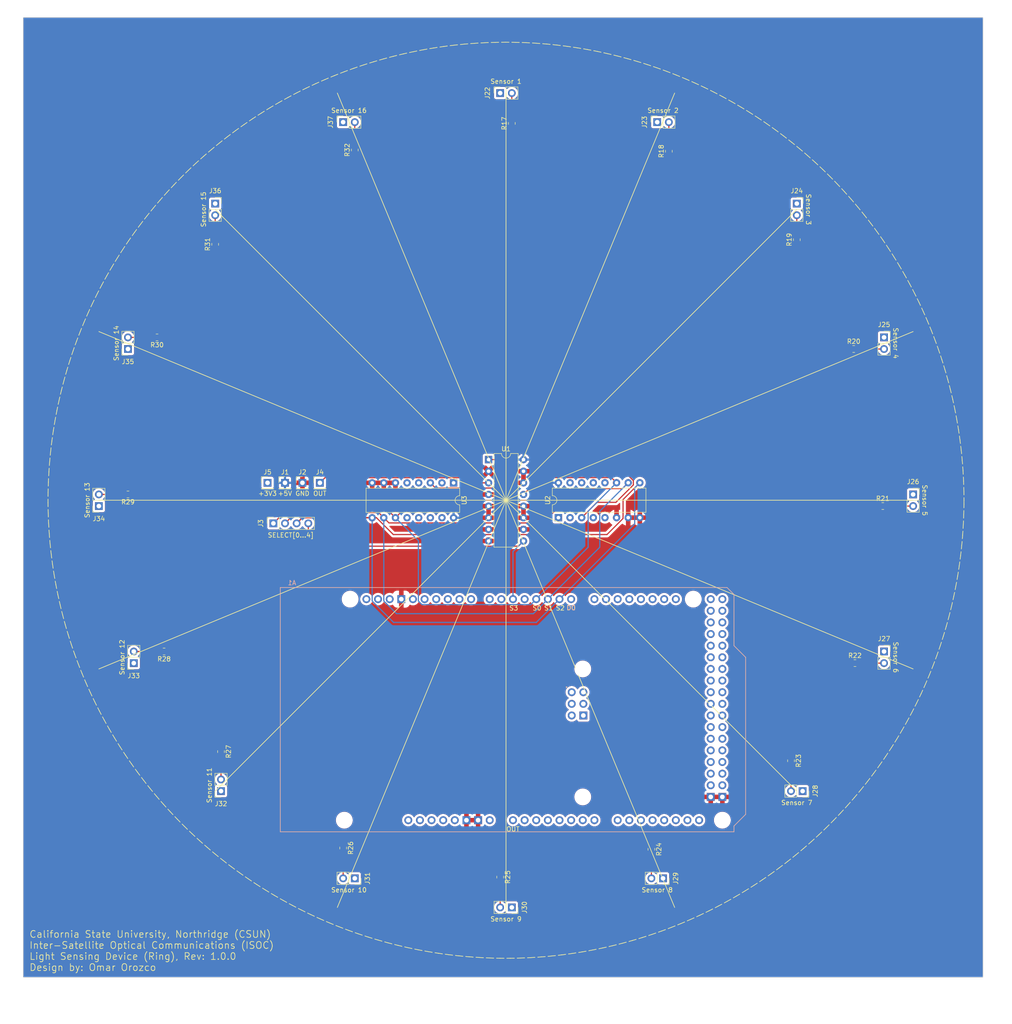
<source format=kicad_pcb>
(kicad_pcb (version 20221018) (generator pcbnew)
  (layers (0 "F.Cu" signal) (1 "In1.Cu" signal) (2 "In2.Cu" signal) (31 "B.Cu" signal) (34 "B.Paste" user) (35 "F.Paste" user) (36 "B.SilkS" user "B.Silkscreen") (37 "F.SilkS" user "F.Silkscreen") (38 "B.Mask" user) (39 "F.Mask" user) (44 "Edge.Cuts" user))
  (net 0 "")
  (net 1 "+5V")
  (net 2 "GND")
  (net 3 "/Select0")
  (net 4 "/Select1")
  (net 5 "/Select2")
  (net 6 "/Select3")
  (net 7 "/LSD_OUT")
  (net 8 "+3V3")
  (net 9 "Sensor1")
  (net 10 "Sensor2")
  (net 11 "Sensor3")
  (net 12 "Sensor4")
  (net 13 "Sensor5")
  (net 14 "Sensor6")
  (net 15 "Sensor7")
  (net 16 "Sensor8")
  (net 17 "Sensor9")
  (net 18 "Sensor10")
  (net 19 "Sensor11")
  (net 20 "Sensor12")
  (net 21 "Sensor13")
  (net 22 "Sensor14")
  (net 23 "Sensor15")
  (net 24 "Sensor16")
  (net 25 "/Z1")
  (net 26 "/Z2")
  (footprint "Resistor_SMD:R_0805_2012Metric_Pad1.20x1.40mm_HandSolder" (layer "F.Cu") (at 44.45 161.56 -90)
    (fp_text reference "R27" (at 0 -1.65 90) (layer "F.SilkS"))
    (fp_text value "5K")
    (pad "1" smd roundrect (at -1 0 270) (size 1.2 1.4) (layers "F.Cu" "F.Paste" "F.Mask") (roundrect_rratio 0.2083333333) (net 2 "GND"))
    (pad "2" smd roundrect (at 1 0 270) (size 1.2 1.4) (layers "F.Cu" "F.Paste" "F.Mask") (roundrect_rratio 0.2083333333) (net 19 "Sensor11"))
  )
  (footprint "Resistor_SMD:R_0805_2012Metric_Pad1.20x1.40mm_HandSolder" (layer "F.Cu") (at 32.02 139.7 180)
    (fp_text reference "R28" (at 0 -1.65) (layer "F.SilkS"))
    (fp_text value "5K")
    (pad "1" smd roundrect (at -1 0 180) (size 1.2 1.4) (layers "F.Cu" "F.Paste" "F.Mask") (roundrect_rratio 0.2083333333) (net 2 "GND"))
    (pad "2" smd roundrect (at 1 0 180) (size 1.2 1.4) (layers "F.Cu" "F.Paste" "F.Mask") (roundrect_rratio 0.2083333333) (net 20 "Sensor12"))
  )
  (footprint "Package_DIP:DIP-16_W7.62mm" (layer "F.Cu") (at 118.125 110.48 90)
    (fp_text reference "U2" (at 3.81 -2.33 90) (layer "F.SilkS"))
    (fp_text value "74HCT4051")
    (pad "1" thru_hole rect (at 0 0 90) (size 1.6 1.6) (drill 0.8) (layers "*.Cu" "*.Mask") (net 13 "Sensor5"))
    (pad "2" thru_hole oval (at 0 2.54 90) (size 1.6 1.6) (drill 0.8) (layers "*.Cu" "*.Mask") (net 15 "Sensor7"))
    (pad "3" thru_hole oval (at 0 5.08 90) (size 1.6 1.6) (drill 0.8) (layers "*.Cu" "*.Mask") (net 25 "/Z1"))
    (pad "4" thru_hole oval (at 0 7.62 90) (size 1.6 1.6) (drill 0.8) (layers "*.Cu" "*.Mask") (net 16 "Sensor8"))
    (pad "5" thru_hole oval (at 0 10.16 90) (size 1.6 1.6) (drill 0.8) (layers "*.Cu" "*.Mask") (net 14 "Sensor6"))
    (pad "6" thru_hole oval (at 0 12.7 90) (size 1.6 1.6) (drill 0.8) (layers "*.Cu" "*.Mask") (net 2 "GND"))
    (pad "7" thru_hole oval (at 0 15.24 90) (size 1.6 1.6) (drill 0.8) (layers "*.Cu" "*.Mask") (net 2 "GND"))
    (pad "8" thru_hole oval (at 0 17.78 90) (size 1.6 1.6) (drill 0.8) (layers "*.Cu" "*.Mask") (net 2 "GND"))
    (pad "9" thru_hole oval (at 7.62 17.78 90) (size 1.6 1.6) (drill 0.8) (layers "*.Cu" "*.Mask") (net 5 "/Select2"))
    (pad "10" thru_hole oval (at 7.62 15.24 90) (size 1.6 1.6) (drill 0.8) (layers "*.Cu" "*.Mask") (net 4 "/Select1"))
    (pad "11" thru_hole oval (at 7.62 12.7 90) (size 1.6 1.6) (drill 0.8) (layers "*.Cu" "*.Mask") (net 3 "/Select0"))
    (pad "12" thru_hole oval (at 7.62 10.16 90) (size 1.6 1.6) (drill 0.8) (layers "*.Cu" "*.Mask") (net 12 "Sensor4"))
    (pad "13" thru_hole oval (at 7.62 7.62 90) (size 1.6 1.6) (drill 0.8) (layers "*.Cu" "*.Mask") (net 9 "Sensor1"))
    (pad "14" thru_hole oval (at 7.62 5.08 90) (size 1.6 1.6) (drill 0.8) (layers "*.Cu" "*.Mask") (net 10 "Sensor2"))
    (pad "15" thru_hole oval (at 7.62 2.54 90) (size 1.6 1.6) (drill 0.8) (layers "*.Cu" "*.Mask") (net 11 "Sensor3"))
    (pad "16" thru_hole oval (at 7.62 0 90) (size 1.6 1.6) (drill 0.8) (layers "*.Cu" "*.Mask") (net 1 "+5V"))
  )
  (footprint "Resistor_SMD:R_0805_2012Metric_Pad1.20x1.40mm_HandSolder" (layer "F.Cu") (at 182.61 73.66)
    (fp_text reference "R20" (at 0 -1.65) (layer "F.SilkS"))
    (fp_text value "5K")
    (pad "1" smd roundrect (at -1 0) (size 1.2 1.4) (layers "F.Cu" "F.Paste" "F.Mask") (roundrect_rratio 0.2083333333) (net 2 "GND"))
    (pad "2" smd roundrect (at 1 0) (size 1.2 1.4) (layers "F.Cu" "F.Paste" "F.Mask") (roundrect_rratio 0.2083333333) (net 12 "Sensor4"))
  )
  (footprint "Connector_PinHeader_2.54mm:PinHeader_1x01_P2.54mm_Vertical" (layer "F.Cu") (at 66.04 102.87)
    (fp_text reference "J4" (at 0 -2.33) (layer "F.SilkS"))
    (fp_text value "OUT" (at 0 2.33) (layer "F.SilkS"))
    (pad "1" thru_hole rect (at 0 0) (size 1.7 1.7) (drill 1) (layers "*.Cu" "*.Mask") (net 7 "/LSD_OUT"))
  )
  (footprint "Resistor_SMD:R_0805_2012Metric_Pad1.20x1.40mm_HandSolder" (layer "F.Cu") (at 24.13 105.41 180)
    (fp_text reference "R29" (at 0 -1.65) (layer "F.SilkS"))
    (fp_text value "5K")
    (pad "1" smd roundrect (at -1 0 180) (size 1.2 1.4) (layers "F.Cu" "F.Paste" "F.Mask") (roundrect_rratio 0.2083333333) (net 2 "GND"))
    (pad "2" smd roundrect (at 1 0 180) (size 1.2 1.4) (layers "F.Cu" "F.Paste" "F.Mask") (roundrect_rratio 0.2083333333) (net 21 "Sensor13"))
  )
  (footprint "Resistor_SMD:R_0805_2012Metric_Pad1.20x1.40mm_HandSolder" (layer "F.Cu") (at 138.43 182.88 -90)
    (fp_text reference "R24" (at 0 -1.65 90) (layer "F.SilkS"))
    (fp_text value "5K")
    (pad "1" smd roundrect (at -1 0 270) (size 1.2 1.4) (layers "F.Cu" "F.Paste" "F.Mask") (roundrect_rratio 0.2083333333) (net 2 "GND"))
    (pad "2" smd roundrect (at 1 0 270) (size 1.2 1.4) (layers "F.Cu" "F.Paste" "F.Mask") (roundrect_rratio 0.2083333333) (net 16 "Sensor8"))
  )
  (footprint "Connector_PinSocket_2.54mm:PinSocket_1x02_P2.54mm_Vertical" (layer "F.Cu") (at 189.23 71.12)
    (fp_text reference "J25" (at 0 -2.77) (layer "F.SilkS"))
    (fp_text value "Sensor 4" (at 2.54 1.27 270 unlocked) (layer "F.SilkS"))
    (pad "1" thru_hole rect (at 0 0) (size 1.7 1.7) (drill 1) (layers "*.Cu" "*.Mask") (net 8 "+3V3"))
    (pad "2" thru_hole oval (at 0 2.54) (size 1.7 1.7) (drill 1) (layers "*.Cu" "*.Mask") (net 12 "Sensor4"))
  )
  (footprint "Resistor_SMD:R_0805_2012Metric_Pad1.20x1.40mm_HandSolder" (layer "F.Cu") (at 73.66 30.21 90)
    (fp_text reference "R32" (at 0 -1.65 90) (layer "F.SilkS"))
    (fp_text value "5K")
    (pad "1" smd roundrect (at -1 0 90) (size 1.2 1.4) (layers "F.Cu" "F.Paste" "F.Mask") (roundrect_rratio 0.2083333333) (net 2 "GND"))
    (pad "2" smd roundrect (at 1 0 90) (size 1.2 1.4) (layers "F.Cu" "F.Paste" "F.Mask") (roundrect_rratio 0.2083333333) (net 24 "Sensor16"))
  )
  (footprint "Resistor_SMD:R_0805_2012Metric_Pad1.20x1.40mm_HandSolder" (layer "F.Cu") (at 168.91 163.56 -90)
    (fp_text reference "R23" (at 0 -1.65 90) (layer "F.SilkS"))
    (fp_text value "5K")
    (pad "1" smd roundrect (at -1 0 270) (size 1.2 1.4) (layers "F.Cu" "F.Paste" "F.Mask") (roundrect_rratio 0.2083333333) (net 2 "GND"))
    (pad "2" smd roundrect (at 1 0 270) (size 1.2 1.4) (layers "F.Cu" "F.Paste" "F.Mask") (roundrect_rratio 0.2083333333) (net 15 "Sensor7"))
  )
  (footprint "Connector_PinSocket_2.54mm:PinSocket_1x04_P2.54mm_Vertical" (layer "F.Cu") (at 55.89 111.725 90)
    (fp_text reference "J3" (at 0 -2.77 90) (layer "F.SilkS"))
    (fp_text value "SELECT[0...4]" (at -2.575 3.8 180) (layer "F.SilkS"))
    (pad "1" thru_hole rect (at 0 0 90) (size 1.7 1.7) (drill 1) (layers "*.Cu" "*.Mask") (net 3 "/Select0"))
    (pad "2" thru_hole oval (at 0 2.54 90) (size 1.7 1.7) (drill 1) (layers "*.Cu" "*.Mask") (net 4 "/Select1"))
    (pad "3" thru_hole oval (at 0 5.08 90) (size 1.7 1.7) (drill 1) (layers "*.Cu" "*.Mask") (net 5 "/Select2"))
    (pad "4" thru_hole oval (at 0 7.62 90) (size 1.7 1.7) (drill 1) (layers "*.Cu" "*.Mask") (net 6 "/Select3"))
  )
  (footprint "Connector_PinHeader_2.54mm:PinHeader_1x01_P2.54mm_Vertical" (layer "F.Cu") (at 62.23 102.87)
    (fp_text reference "J2" (at 0 -2.33) (layer "F.SilkS"))
    (fp_text value "GND" (at 0 2.33) (layer "F.SilkS"))
    (pad "1" thru_hole rect (at 0 0) (size 1.7 1.7) (drill 1) (layers "*.Cu" "*.Mask") (net 2 "GND"))
  )
  (footprint "Resistor_SMD:R_0805_2012Metric_Pad1.20x1.40mm_HandSolder" (layer "F.Cu") (at 71.12 182.61 -90)
    (fp_text reference "R26" (at 0 -1.65 90) (layer "F.SilkS"))
    (fp_text value "5K")
    (pad "1" smd roundrect (at -1 0 270) (size 1.2 1.4) (layers "F.Cu" "F.Paste" "F.Mask") (roundrect_rratio 0.2083333333) (net 2 "GND"))
    (pad "2" smd roundrect (at 1 0 270) (size 1.2 1.4) (layers "F.Cu" "F.Paste" "F.Mask") (roundrect_rratio 0.2083333333) (net 18 "Sensor10"))
  )
  (footprint "Connector_PinSocket_2.54mm:PinSocket_1x02_P2.54mm_Vertical" (layer "F.Cu") (at 170.18 41.91)
    (fp_text reference "J24" (at 0 -2.77) (layer "F.SilkS"))
    (fp_text value "Sensor 3" (at 2.54 1.27 270 unlocked) (layer "F.SilkS"))
    (pad "1" thru_hole rect (at 0 0) (size 1.7 1.7) (drill 1) (layers "*.Cu" "*.Mask") (net 8 "+3V3"))
    (pad "2" thru_hole oval (at 0 2.54) (size 1.7 1.7) (drill 1) (layers "*.Cu" "*.Mask") (net 11 "Sensor3"))
  )
  (footprint "Connector_PinSocket_2.54mm:PinSocket_1x02_P2.54mm_Vertical" (layer "F.Cu") (at 105.41 17.78 90)
    (fp_text reference "J22" (at 0 -2.77 90) (layer "F.SilkS"))
    (fp_text value "Sensor 1" (at 2.54 1.27 180) (layer "F.SilkS"))
    (pad "1" thru_hole rect (at 0 0 90) (size 1.7 1.7) (drill 1) (layers "*.Cu" "*.Mask") (net 8 "+3V3"))
    (pad "2" thru_hole oval (at 0 2.54 90) (size 1.7 1.7) (drill 1) (layers "*.Cu" "*.Mask") (net 9 "Sensor1"))
  )
  (footprint "Resistor_SMD:R_0805_2012Metric_Pad1.20x1.40mm_HandSolder" (layer "F.Cu") (at 142.24 30.48 90)
    (fp_text reference "R18" (at 0 -1.65 90) (layer "F.SilkS"))
    (fp_text value "5K")
    (pad "1" smd roundrect (at -1 0 90) (size 1.2 1.4) (layers "F.Cu" "F.Paste" "F.Mask") (roundrect_rratio 0.2083333333) (net 2 "GND"))
    (pad "2" smd roundrect (at 1 0 90) (size 1.2 1.4) (layers "F.Cu" "F.Paste" "F.Mask") (roundrect_rratio 0.2083333333) (net 10 "Sensor2"))
  )
  (footprint "Connector_PinSocket_2.54mm:PinSocket_1x02_P2.54mm_Vertical" (layer "F.Cu") (at 17.78 107.95 180)
    (fp_text reference "J34" (at 0 -2.77) (layer "F.SilkS"))
    (fp_text value "Sensor 13" (at 2.54 1.27 90) (layer "F.SilkS"))
    (pad "1" thru_hole rect (at 0 0 180) (size 1.7 1.7) (drill 1) (layers "*.Cu" "*.Mask") (net 8 "+3V3"))
    (pad "2" thru_hole oval (at 0 2.54 180) (size 1.7 1.7) (drill 1) (layers "*.Cu" "*.Mask") (net 21 "Sensor13"))
  )
  (footprint "Connector_PinSocket_2.54mm:PinSocket_1x02_P2.54mm_Vertical" (layer "F.Cu") (at 189.23 139.7)
    (fp_text reference "J27" (at 0 -2.77) (layer "F.SilkS"))
    (fp_text value "Sensor 6" (at 2.54 1.27 -90 unlocked) (layer "F.SilkS"))
    (pad "1" thru_hole rect (at 0 0) (size 1.7 1.7) (drill 1) (layers "*.Cu" "*.Mask") (net 8 "+3V3"))
    (pad "2" thru_hole oval (at 0 2.54) (size 1.7 1.7) (drill 1) (layers "*.Cu" "*.Mask") (net 14 "Sensor6"))
  )
  (footprint "Resistor_SMD:R_0805_2012Metric_Pad1.20x1.40mm_HandSolder" (layer "F.Cu") (at 170.18 49.8 90)
    (fp_text reference "R19" (at 0 -1.65 90) (layer "F.SilkS"))
    (fp_text value "5K")
    (pad "1" smd roundrect (at -1 0 90) (size 1.2 1.4) (layers "F.Cu" "F.Paste" "F.Mask") (roundrect_rratio 0.2083333333) (net 2 "GND"))
    (pad "2" smd roundrect (at 1 0 90) (size 1.2 1.4) (layers "F.Cu" "F.Paste" "F.Mask") (roundrect_rratio 0.2083333333) (net 11 "Sensor3"))
  )
  (footprint "Connector_PinSocket_2.54mm:PinSocket_1x02_P2.54mm_Vertical" (layer "F.Cu") (at 71.12 24.13 90)
    (fp_text reference "J37" (at 0 -2.77 90) (layer "F.SilkS"))
    (fp_text value "Sensor 16" (at 2.54 1.27 180) (layer "F.SilkS"))
    (pad "1" thru_hole rect (at 0 0 90) (size 1.7 1.7) (drill 1) (layers "*.Cu" "*.Mask") (net 8 "+3V3"))
    (pad "2" thru_hole oval (at 0 2.54 90) (size 1.7 1.7) (drill 1) (layers "*.Cu" "*.Mask") (net 24 "Sensor16"))
  )
  (footprint "Package_DIP:DIP-16_W7.62mm" (layer "F.Cu") (at 102.88 97.805)
    (fp_text reference "U1" (at 3.81 -2.33) (layer "F.SilkS"))
    (fp_text value "74HCT4051")
    (pad "1" thru_hole rect (at 0 0) (size 1.6 1.6) (drill 0.8) (layers "*.Cu" "*.Mask") (net 26 "/Z2"))
    (pad "2" thru_hole oval (at 0 2.54) (size 1.6 1.6) (drill 0.8) (layers "*.Cu" "*.Mask") (net 2 "GND"))
    (pad "3" thru_hole oval (at 0 5.08) (size 1.6 1.6) (drill 0.8) (layers "*.Cu" "*.Mask") (net 7 "/LSD_OUT"))
    (pad "4" thru_hole oval (at 0 7.62) (size 1.6 1.6) (drill 0.8) (layers "*.Cu" "*.Mask") (net 2 "GND"))
    (pad "5" thru_hole oval (at 0 10.16) (size 1.6 1.6) (drill 0.8) (layers "*.Cu" "*.Mask") (net 2 "GND"))
    (pad "6" thru_hole oval (at 0 12.7) (size 1.6 1.6) (drill 0.8) (layers "*.Cu" "*.Mask") (net 2 "GND"))
    (pad "7" thru_hole oval (at 0 15.24) (size 1.6 1.6) (drill 0.8) (layers "*.Cu" "*.Mask") (net 2 "GND"))
    (pad "8" thru_hole oval (at 0 17.78) (size 1.6 1.6) (drill 0.8) (layers "*.Cu" "*.Mask") (net 2 "GND"))
    (pad "9" thru_hole oval (at 7.62 17.78) (size 1.6 1.6) (drill 0.8) (layers "*.Cu" "*.Mask") (net 6 "/Select3"))
    (pad "10" thru_hole oval (at 7.62 15.24) (size 1.6 1.6) (drill 0.8) (layers "*.Cu" "*.Mask") (net 2 "GND"))
    (pad "11" thru_hole oval (at 7.62 12.7) (size 1.6 1.6) (drill 0.8) (layers "*.Cu" "*.Mask") (net 2 "GND"))
    (pad "12" thru_hole oval (at 7.62 10.16) (size 1.6 1.6) (drill 0.8) (layers "*.Cu" "*.Mask") (net 2 "GND"))
    (pad "13" thru_hole oval (at 7.62 7.62) (size 1.6 1.6) (drill 0.8) (layers "*.Cu" "*.Mask") (net 25 "/Z1"))
    (pad "14" thru_hole oval (at 7.62 5.08) (size 1.6 1.6) (drill 0.8) (layers "*.Cu" "*.Mask") (net 2 "GND"))
    (pad "15" thru_hole oval (at 7.62 2.54) (size 1.6 1.6) (drill 0.8) (layers "*.Cu" "*.Mask") (net 2 "GND"))
    (pad "16" thru_hole oval (at 7.62 0) (size 1.6 1.6) (drill 0.8) (layers "*.Cu" "*.Mask") (net 1 "+5V"))
  )
  (footprint "Resistor_SMD:R_0805_2012Metric_Pad1.20x1.40mm_HandSolder" (layer "F.Cu") (at 105.41 188.96 -90)
    (fp_text reference "R25" (at 0 -1.65 90) (layer "F.SilkS"))
    (fp_text value "5K")
    (pad "1" smd roundrect (at -1 0 270) (size 1.2 1.4) (layers "F.Cu" "F.Paste" "F.Mask") (roundrect_rratio 0.2083333333) (net 2 "GND"))
    (pad "2" smd roundrect (at 1 0 270) (size 1.2 1.4) (layers "F.Cu" "F.Paste" "F.Mask") (roundrect_rratio 0.2083333333) (net 17 "Sensor9"))
  )
  (footprint "Connector_PinHeader_2.54mm:PinHeader_1x01_P2.54mm_Vertical" (layer "F.Cu") (at 54.61 102.87)
    (fp_text reference "J5" (at 0 -2.33) (layer "F.SilkS"))
    (fp_text value "+3V3" (at 0 2.33) (layer "F.SilkS"))
    (pad "1" thru_hole rect (at 0 0) (size 1.7 1.7) (drill 1) (layers "*.Cu" "*.Mask") (net 8 "+3V3"))
  )
  (footprint "Connector_PinHeader_2.54mm:PinHeader_1x01_P2.54mm_Vertical" (layer "F.Cu") (at 58.42 102.87)
    (fp_text reference "J1" (at 0 -2.33) (layer "F.SilkS"))
    (fp_text value "+5V" (at 0 2.33) (layer "F.SilkS"))
    (pad "1" thru_hole rect (at 0 0) (size 1.7 1.7) (drill 1) (layers "*.Cu" "*.Mask") (net 1 "+5V"))
  )
  (footprint "Resistor_SMD:R_0805_2012Metric_Pad1.20x1.40mm_HandSolder" (layer "F.Cu") (at 43.18 50.8 90)
    (fp_text reference "R31" (at 0 -1.65 90) (layer "F.SilkS"))
    (fp_text value "5K")
    (pad "1" smd roundrect (at -1 0 90) (size 1.2 1.4) (layers "F.Cu" "F.Paste" "F.Mask") (roundrect_rratio 0.2083333333) (net 2 "GND"))
    (pad "2" smd roundrect (at 1 0 90) (size 1.2 1.4) (layers "F.Cu" "F.Paste" "F.Mask") (roundrect_rratio 0.2083333333) (net 23 "Sensor15"))
  )
  (footprint "Connector_PinSocket_2.54mm:PinSocket_1x02_P2.54mm_Vertical" (layer "F.Cu") (at 139.7 24.13 90)
    (fp_text reference "J23" (at 0 -2.77 90) (layer "F.SilkS"))
    (fp_text value "Sensor 2" (at 2.54 1.27 180) (layer "F.SilkS"))
    (pad "1" thru_hole rect (at 0 0 90) (size 1.7 1.7) (drill 1) (layers "*.Cu" "*.Mask") (net 8 "+3V3"))
    (pad "2" thru_hole oval (at 0 2.54 90) (size 1.7 1.7) (drill 1) (layers "*.Cu" "*.Mask") (net 10 "Sensor2"))
  )
  (footprint "Connector_PinSocket_2.54mm:PinSocket_1x02_P2.54mm_Vertical" (layer "F.Cu") (at 44.45 170.18 180)
    (fp_text reference "J32" (at 0 -2.77) (layer "F.SilkS"))
    (fp_text value "Sensor 11" (at 2.54 1.27 90) (layer "F.SilkS"))
    (pad "1" thru_hole rect (at 0 0 180) (size 1.7 1.7) (drill 1) (layers "*.Cu" "*.Mask") (net 8 "+3V3"))
    (pad "2" thru_hole oval (at 0 2.54 180) (size 1.7 1.7) (drill 1) (layers "*.Cu" "*.Mask") (net 19 "Sensor11"))
  )
  (footprint "Connector_PinSocket_2.54mm:PinSocket_1x02_P2.54mm_Vertical" (layer "F.Cu") (at 140.97 189.23 -90)
    (fp_text reference "J29" (at 0 -2.77 90) (layer "F.SilkS"))
    (fp_text value "Sensor 8" (at 2.54 1.27 -180) (layer "F.SilkS"))
    (pad "1" thru_hole rect (at 0 0 270) (size 1.7 1.7) (drill 1) (layers "*.Cu" "*.Mask") (net 8 "+3V3"))
    (pad "2" thru_hole oval (at 0 2.54 270) (size 1.7 1.7) (drill 1) (layers "*.Cu" "*.Mask") (net 16 "Sensor8"))
  )
  (footprint "PCM_arduino-library:Arduino_Giga_R1_WiFi_Shield" (layer "F.Cu") (at 57.404 179.07)
    (fp_text reference "A1" (at 2.54 -54.356) (layer "B.SilkS") (effects (justify mirror)))
    (fp_text value "Arduino_Giga_R1_WiFi_Shield")
    (fp_text user "." (at 62.484 -32.004) (layer "B.SilkS"))
    (fp_text user "D0" (at 63.5 -48.895 unlocked) (layer "B.SilkS") (effects (justify mirror)))
    (fp_text user "D0" (at 63.5 -48.895 unlocked) (layer "F.SilkS"))
    (fp_text user "." (at 62.484 -32.004) (layer "F.SilkS"))
    (pad "" np_thru_hole circle (at 13.97 -2.54) (size 3.2 3.2) (drill 3.2) (layers "*.Cu" "*.Mask"))
    (pad "" np_thru_hole circle (at 15.24 -50.8 270) (size 3.2 3.2) (drill 3.2) (layers "*.Cu" "*.Mask"))
    (pad "" thru_hole oval (at 27.94 -2.54) (size 1.7272 1.7272) (drill 1.016) (layers "*.Cu" "*.Mask"))
    (pad "" np_thru_hole circle (at 66.04 -35.56) (size 3.2 3.2) (drill 3.2) (layers "*.Cu" "*.Mask"))
    (pad "" np_thru_hole circle (at 66.04 -7.62) (size 3.2 3.2) (drill 3.2) (layers "*.Cu" "*.Mask"))
    (pad "" np_thru_hole circle (at 90.17 -50.8) (size 3.2 3.2) (drill 3.2) (layers "*.Cu" "*.Mask"))
    (pad "" np_thru_hole circle (at 96.52 -2.54) (size 3.2 3.2) (drill 3.2) (layers "*.Cu" "*.Mask"))
    (pad "3V3" thru_hole oval (at 35.56 -2.54) (size 1.7272 1.7272) (drill 1.016) (layers "*.Cu" "*.Mask"))
    (pad "5V1" thru_hole oval (at 38.1 -2.54) (size 1.7272 1.7272) (drill 1.016) (layers "*.Cu" "*.Mask"))
    (pad "5V2" thru_hole oval (at 66.167 -30.48) (size 1.7272 1.7272) (drill 1.016) (layers "*.Cu" "*.Mask"))
    (pad "5V3" thru_hole oval (at 93.98 -50.8) (size 1.7272 1.7272) (drill 1.016) (layers "*.Cu" "*.Mask"))
    (pad "5V4" thru_hole oval (at 96.52 -50.8) (size 1.7272 1.7272) (drill 1.016) (layers "*.Cu" "*.Mask"))
    (pad "A0" thru_hole oval (at 50.8 -2.54) (size 1.7272 1.7272) (drill 1.016) (layers "*.Cu" "*.Mask") (net 7 "/LSD_OUT"))
    (pad "A1" thru_hole oval (at 53.34 -2.54) (size 1.7272 1.7272) (drill 1.016) (layers "*.Cu" "*.Mask"))
    (pad "A2" thru_hole oval (at 55.88 -2.54) (size 1.7272 1.7272) (drill 1.016) (layers "*.Cu" "*.Mask"))
    (pad "A3" thru_hole oval (at 58.42 -2.54) (size 1.7272 1.7272) (drill 1.016) (layers "*.Cu" "*.Mask"))
    (pad "A4" thru_hole oval (at 60.96 -2.54) (size 1.7272 1.7272) (drill 1.016) (layers "*.Cu" "*.Mask"))
    (pad "A5" thru_hole oval (at 63.5 -2.54) (size 1.7272 1.7272) (drill 1.016) (layers "*.Cu" "*.Mask"))
    (pad "A6" thru_hole oval (at 66.04 -2.54) (size 1.7272 1.7272) (drill 1.016) (layers "*.Cu" "*.Mask"))
    (pad "A7" thru_hole oval (at 68.58 -2.54) (size 1.7272 1.7272) (drill 1.016) (layers "*.Cu" "*.Mask"))
    (pad "A8" thru_hole oval (at 73.66 -2.54) (size 1.7272 1.7272) (drill 1.016) (layers "*.Cu" "*.Mask"))
    (pad "A9" thru_hole oval (at 76.2 -2.54) (size 1.7272 1.7272) (drill 1.016) (layers "*.Cu" "*.Mask"))
    (pad "A10" thru_hole oval (at 78.74 -2.54) (size 1.7272 1.7272) (drill 1.016) (layers "*.Cu" "*.Mask"))
    (pad "A11" thru_hole oval (at 81.28 -2.54) (size 1.7272 1.7272) (drill 1.016) (layers "*.Cu" "*.Mask"))
    (pad "AREF" thru_hole oval (at 23.876 -50.8) (size 1.7272 1.7272) (drill 1.016) (layers "*.Cu" "*.Mask"))
    (pad "CANR" thru_hole oval (at 88.9 -2.54) (size 1.7272 1.7272) (drill 1.016) (layers "*.Cu" "*.Mask"))
    (pad "CANT" thru_hole oval (at 91.44 -2.54) (size 1.7272 1.7272) (drill 1.016) (layers "*.Cu" "*.Mask"))
    (pad "D0" thru_hole oval (at 63.5 -50.8) (size 1.7272 1.7272) (drill 1.016) (layers "*.Cu" "*.Mask"))
    (pad "D1" thru_hole oval (at 60.96 -50.8) (size 1.7272 1.7272) (drill 1.016) (layers "*.Cu" "*.Mask") (net 5 "/Select2"))
    (pad "D2" thru_hole oval (at 58.42 -50.8) (size 1.7272 1.7272) (drill 1.016) (layers "*.Cu" "*.Mask") (net 4 "/Select1"))
    (pad "D3" thru_hole oval (at 55.88 -50.8) (size 1.7272 1.7272) (drill 1.016) (layers "*.Cu" "*.Mask") (net 3 "/Select0"))
    (pad "D4" thru_hole oval (at 53.34 -50.8) (size 1.7272 1.7272) (drill 1.016) (layers "*.Cu" "*.Mask"))
    (pad "D5" thru_hole oval (at 50.8 -50.8) (size 1.7272 1.7272) (drill 1.016) (layers "*.Cu" "*.Mask") (net 6 "/Select3"))
    (pad "D6" thru_hole oval (at 48.26 -50.8) (size 1.7272 1.7272) (drill 1.016) (layers "*.Cu" "*.Mask"))
    (pad "D7" thru_hole oval (at 45.72 -50.8) (size 1.7272 1.7272) (drill 1.016) (layers "*.Cu" "*.Mask"))
    (pad "D8" thru_hole oval (at 41.656 -50.8) (size 1.7272 1.7272) (drill 1.016) (layers "*.Cu" "*.Mask"))
    (pad "D9" thru_hole oval (at 39.116 -50.8) (size 1.7272 1.7272) (drill 1.016) (layers "*.Cu" "*.Mask"))
    (pad "D10" thru_hole oval (at 36.576 -50.8) (size 1.7272 1.7272) (drill 1.016) (layers "*.Cu" "*.Mask"))
    (pad "D11" thru_hole oval (at 34.036 -50.8) (size 1.7272 1.7272) (drill 1.016) (layers "*.Cu" "*.Mask"))
    (pad "D12" thru_hole oval (at 31.496 -50.8) (size 1.7272 1.7272) (drill 1.016) (layers "*.Cu" "*.Mask"))
    (pad "D13" thru_hole oval (at 28.956 -50.8) (size 1.7272 1.7272) (drill 1.016) (layers "*.Cu" "*.Mask"))
    (pad "D14" thru_hole oval (at 68.58 -50.8) (size 1.7272 1.7272) (drill 1.016) (layers "*.Cu" "*.Mask"))
    (pad "D15" thru_hole oval (at 71.12 -50.8) (size 1.7272 1.7272) (drill 1.016) (layers "*.Cu" "*.Mask"))
    (pad "D16" thru_hole oval (at 73.66 -50.8) (size 1.7272 1.7272) (drill 1.016) (layers "*.Cu" "*.Mask"))
    (pad "D17" thru_hole oval (at 76.2 -50.8) (size 1.7272 1.7272) (drill 1.016) (layers "*.Cu" "*.Mask"))
    (pad "D18" thru_hole oval (at 78.74 -50.8) (size 1.7272 1.7272) (drill 1.016) (layers "*.Cu" "*.Mask"))
    (pad "D19" thru_hole oval (at 81.28 -50.8) (size 1.7272 1.7272) (drill 1.016) (layers "*.Cu" "*.Mask"))
    (pad "D20" thru_hole oval (at 83.82 -50.8) (size 1.7272 1.7272) (drill 1.016) (layers "*.Cu" "*.Mask"))
    (pad "D21" thru_hole oval (at 86.36 -50.8) (size 1.7272 1.7272) (drill 1.016) (layers "*.Cu" "*.Mask"))
    (pad "D22" thru_hole oval (at 93.98 -48.26) (size 1.7272 1.7272) (drill 1.016) (layers "*.Cu" "*.Mask"))
    (pad "D23" thru_hole oval (at 96.52 -48.26) (size 1.7272 1.7272) (drill 1.016) (layers "*.Cu" "*.Mask"))
    (pad "D24" thru_hole oval (at 93.98 -45.72) (size 1.7272 1.7272) (drill 1.016) (layers "*.Cu" "*.Mask"))
    (pad "D25" thru_hole oval (at 96.52 -45.72) (size 1.7272 1.7272) (drill 1.016) (layers "*.Cu" "*.Mask"))
    (pad "D26" thru_hole oval (at 93.98 -43.18) (size 1.7272 1.7272) (drill 1.016) (layers "*.Cu" "*.Mask"))
    (pad "D27" thru_hole oval (at 96.52 -43.18) (size 1.7272 1.7272) (drill 1.016) (layers "*.Cu" "*.Mask"))
    (pad "D28" thru_hole oval (at 93.98 -40.64) (size 1.7272 1.7272) (drill 1.016) (layers "*.Cu" "*.Mask"))
    (pad "D29" thru_hole oval (at 96.52 -40.64) (size 1.7272 1.7272) (drill 1.016) (layers "*.Cu" "*.Mask"))
    (pad "D30" thru_hole oval (at 93.98 -38.1) (size 1.7272 1.7272) (drill 1.016) (layers "*.Cu" "*.Mask"))
    (pad "D31" thru_hole oval (at 96.52 -38.1) (size 1.7272 1.7272) (drill 1.016) (layers "*.Cu" "*.Mask"))
    (pad "D32" thru_hole oval (at 93.98 -35.56) (size 1.7272 1.7272) (drill 1.016) (layers "*.Cu" "*.Mask"))
    (pad "D33" thru_hole oval (at 96.52 -35.56) (size 1.7272 1.7272) (drill 1.016) (layers "*.Cu" "*.Mask"))
    (pad "D34" thru_hole oval (at 93.98 -33.02) (size 1.7272 1.7272) (drill 1.016) (layers "*.Cu" "*.Mask"))
    (pad "D35" thru_hole oval (at 96.52 -33.02) (size 1.7272 1.7272) (drill 1.016) (layers "*.Cu" "*.Mask"))
    (pad "D36" thru_hole oval (at 93.98 -30.48) (size 1.7272 1.7272) (drill 1.016) (layers "*.Cu" "*.Mask"))
    (pad "D37" thru_hole oval (at 96.52 -30.48) (size 1.7272 1.7272) (drill 1.016) (layers "*.Cu" "*.Mask"))
    (pad "D38" thru_hole oval (at 93.98 -27.94) (size 1.7272 1.7272) (drill 1.016) (layers "*.Cu" "*.Mask"))
    (pad "D39" thru_hole oval (at 96.52 -27.94) (size 1.7272 1.7272) (drill 1.016) (layers "*.Cu" "*.Mask"))
    (pad "D40" thru_hole oval (at 93.98 -25.4) (size 1.7272 1.7272) (drill 1.016) (layers "*.Cu" "*.Mask"))
    (pad "D41" thru_hole oval (at 96.52 -25.4) (size 1.7272 1.7272) (drill 1.016) (layers "*.Cu" "*.Mask"))
    (pad "D42" thru_hole oval (at 93.98 -22.86) (size 1.7272 1.7272) (drill 1.016) (layers "*.Cu" "*.Mask"))
    (pad "D43" thru_hole oval (at 96.52 -22.86) (size 1.7272 1.7272) (drill 1.016) (layers "*.Cu" "*.Mask"))
    (pad "D44" thru_hole oval (at 93.98 -20.32) (size 1.7272 1.7272) (drill 1.016) (layers "*.Cu" "*.Mask"))
    (pad "D45" thru_hole oval (at 96.52 -20.32) (size 1.7272 1.7272) (drill 1.016) (layers "*.Cu" "*.Mask"))
    (pad "D46" thru_hole oval (at 93.98 -17.78) (size 1.7272 1.7272) (drill 1.016) (layers "*.Cu" "*.Mask"))
    (pad "D47" thru_hole oval (at 96.52 -17.78) (size 1.7272 1.7272) (drill 1.016) (layers "*.Cu" "*.Mask"))
    (pad "D48" thru_hole oval (at 93.98 -15.24) (size 1.7272 1.7272) (drill 1.016) (layers "*.Cu" "*.Mask"))
    (pad "D49" thru_hole oval (at 96.52 -15.24) (size 1.7272 1.7272) (drill 1.016) (layers "*.Cu" "*.Mask"))
    (pad "D50" thru_hole oval (at 93.98 -12.7) (size 1.7272 1.7272) (drill 1.016) (layers "*.Cu" "*.Mask"))
    (pad "D51" thru_hole oval (at 96.52 -12.7) (size 1.7272 1.7272) (drill 1.016) (layers "*.Cu" "*.Mask"))
    (pad "D52" thru_hole oval (at 93.98 -10.16) (size 1.7272 1.7272) (drill 1.016) (layers "*.Cu" "*.Mask"))
    (pad "D53" thru_hole oval (at 96.52 -10.16) (size 1.7272 1.7272) (drill 1.016) (layers "*.Cu" "*.Mask"))
    (pad "DAC0" thru_hole oval (at 83.82 -2.54) (size 1.7272 1.7272) (drill 1.016) (layers "*.Cu" "*.Mask"))
    (pad "DAC1" thru_hole oval (at 86.36 -2.54) (size 1.7272 1.7272) (drill 1.016) (layers "*.Cu" "*.Mask"))
    (pad "GND1" thru_hole rect (at 26.416 -50.8) (size 1.7272 1.7272) (drill 1.016) (layers "*.Cu" "*.Mask") (net 2 "GND"))
    (pad "GND2" thru_hole rect (at 40.64 -2.54) (size 1.7272 1.7272) (drill 1.016) (layers "*.Cu" "*.Mask") (net 2 "GND"))
    (pad "GND3" thru_hole rect (at 43.18 -2.54) (size 1.7272 1.7272) (drill 1.016) (layers "*.Cu" "*.Mask") (net 2 "GND"))
    (pad "GND4" thru_hole rect (at 66.167 -25.4) (size 1.7272 1.7272) (drill 1.016) (layers "*.Cu" "*.Mask"))
    (pad "GND5" thru_hole rect (at 93.98 -7.62) (size 1.7272 1.7272) (drill 1.016) (layers "*.Cu" "*.Mask") (net 2 "GND"))
    (pad "GND6" thru_hole rect (at 96.52 -7.62) (size 1.7272 1.7272) (drill 1.016) (layers "*.Cu" "*.Mask") (net 2 "GND"))
    (pad "IORF" thru_hole oval (at 30.48 -2.54) (size 1.7272 1.7272) (drill 1.016) (layers "*.Cu" "*.Mask"))
    (pad "MISO" thru_hole oval (at 63.627 -30.48) (size 1.7272 1.7272) (drill 1.016) (layers "*.Cu" "*.Mask"))
    (pad "MOSI" thru_hole oval (at 66.167 -27.94) (size 1.7272 1.7272) (drill 1.016) (layers "*.Cu" "*.Mask"))
    (pad "RST1" thru_hole oval (at 33.02 -2.54) (size 1.7272 1.7272) (drill 1.016) (layers "*.Cu" "*.Mask"))
    (pad "RST2" thru_hole oval (at 63.627 -25.4) (size 1.7272 1.7272) (drill 1.016) (layers "*.Cu" "*.Mask"))
    (pad "SCK" thru_hole oval (at 63.627 -27.94) (size 1.7272 1.7272) (drill 1.016) (layers "*.Cu" "*.Mask"))
    (pad "SCL1" thru_hole oval (at 18.796 -50.8) (size 1.7272 1.7272) (drill 1.016) (layers "*.Cu" "*.Mask"))
    (pad "SDA1" thru_hole oval (at 21.336 -50.8) (size 1.7272 1.7272) (drill 1.016) (layers "*.Cu" "*.Mask"))
    (pad "VIN" thru_hole oval (at 45.72 -2.54) (size 1.7272 1.7272) (drill 1.016) (layers "*.Cu" "*.Mask"))
  )
  (footprint "Resistor_SMD:R_0805_2012Metric_Pad1.20x1.40mm_HandSolder" (layer "F.Cu") (at 107.95 24.4 90)
    (fp_text reference "R17" (at 0 -1.65 90) (layer "F.SilkS"))
    (fp_text value "5K")
    (pad "1" smd roundrect (at -1 0 90) (size 1.2 1.4) (layers "F.Cu" "F.Paste" "F.Mask") (roundrect_rratio 0.2083333333) (net 2 "GND"))
    (pad "2" smd roundrect (at 1 0 90) (size 1.2 1.4) (layers "F.Cu" "F.Paste" "F.Mask") (roundrect_rratio 0.2083333333) (net 9 "Sensor1"))
  )
  (footprint "Connector_PinSocket_2.54mm:PinSocket_1x02_P2.54mm_Vertical" (layer "F.Cu") (at 73.66 189.23 -90)
    (fp_text reference "J31" (at 0 -2.77 90) (layer "F.SilkS"))
    (fp_text value "Sensor 10" (at 2.54 1.27 unlocked) (layer "F.SilkS"))
    (pad "1" thru_hole rect (at 0 0 270) (size 1.7 1.7) (drill 1) (layers "*.Cu" "*.Mask") (net 8 "+3V3"))
    (pad "2" thru_hole oval (at 0 2.54 270) (size 1.7 1.7) (drill 1) (layers "*.Cu" "*.Mask") (net 18 "Sensor10"))
  )
  (footprint "Connector_PinSocket_2.54mm:PinSocket_1x02_P2.54mm_Vertical" (layer "F.Cu") (at 25.4 142.24 180)
    (fp_text reference "J33" (at 0 -2.77) (layer "F.SilkS"))
    (fp_text value "Sensor 12" (at 2.54 1.27 90) (layer "F.SilkS"))
    (pad "1" thru_hole rect (at 0 0 180) (size 1.7 1.7) (drill 1) (layers "*.Cu" "*.Mask") (net 8 "+3V3"))
    (pad "2" thru_hole oval (at 0 2.54 180) (size 1.7 1.7) (drill 1) (layers "*.Cu" "*.Mask") (net 20 "Sensor12"))
  )
  (footprint "Connector_PinSocket_2.54mm:PinSocket_1x02_P2.54mm_Vertical" (layer "F.Cu") (at 171.45 170.18 -90)
    (fp_text reference "J28" (at 0 -2.77 90) (layer "F.SilkS"))
    (fp_text value "Sensor 7" (at 2.54 1.27 unlocked) (layer "F.SilkS"))
    (pad "1" thru_hole rect (at 0 0 270) (size 1.7 1.7) (drill 1) (layers "*.Cu" "*.Mask") (net 8 "+3V3"))
    (pad "2" thru_hole oval (at 0 2.54 270) (size 1.7 1.7) (drill 1) (layers "*.Cu" "*.Mask") (net 15 "Sensor7"))
  )
  (footprint "Connector_PinSocket_2.54mm:PinSocket_1x02_P2.54mm_Vertical" (layer "F.Cu") (at 24.13 73.66 180)
    (fp_text reference "J35" (at 0 -2.77) (layer "F.SilkS"))
    (fp_text value "Sensor 14" (at 2.54 1.27 90) (layer "F.SilkS"))
    (pad "1" thru_hole rect (at 0 0 180) (size 1.7 1.7) (drill 1) (layers "*.Cu" "*.Mask") (net 8 "+3V3"))
    (pad "2" thru_hole oval (at 0 2.54 180) (size 1.7 1.7) (drill 1) (layers "*.Cu" "*.Mask") (net 22 "Sensor14"))
  )
  (footprint "Package_DIP:DIP-16_W7.62mm" (layer "F.Cu") (at 95.235 102.88 -90)
    (fp_text reference "U3" (at 3.81 -2.33 90) (layer "F.SilkS"))
    (fp_text value "74HCT4051")
    (pad "1" thru_hole rect (at 0 0 270) (size 1.6 1.6) (drill 0.8) (layers "*.Cu" "*.Mask") (net 21 "Sensor13"))
    (pad "2" thru_hole oval (at 0 2.54 270) (size 1.6 1.6) (drill 0.8) (layers "*.Cu" "*.Mask") (net 23 "Sensor15"))
    (pad "3" thru_hole oval (at 0 5.08 270) (size 1.6 1.6) (drill 0.8) (layers "*.Cu" "*.Mask") (net 26 "/Z2"))
    (pad "4" thru_hole oval (at 0 7.62 270) (size 1.6 1.6) (drill 0.8) (layers "*.Cu" "*.Mask") (net 24 "Sensor16"))
    (pad "5" thru_hole oval (at 0 10.16 270) (size 1.6 1.6) (drill 0.8) (layers "*.Cu" "*.Mask") (net 22 "Sensor14"))
    (pad "6" thru_hole oval (at 0 12.7 270) (size 1.6 1.6) (drill 0.8) (layers "*.Cu" "*.Mask") (net 2 "GND"))
    (pad "7" thru_hole oval (at 0 15.24 270) (size 1.6 1.6) (drill 0.8) (layers "*.Cu" "*.Mask") (net 2 "GND"))
    (pad "8" thru_hole oval (at 0 17.78 270) (size 1.6 1.6) (drill 0.8) (layers "*.Cu" "*.Mask") (net 2 "GND"))
    (pad "9" thru_hole oval (at 7.62 17.78 270) (size 1.6 1.6) (drill 0.8) (layers "*.Cu" "*.Mask") (net 5 "/Select2"))
    (pad "10" thru_hole oval (at 7.62 15.24 270) (size 1.6 1.6) (drill 0.8) (layers "*.Cu" "*.Mask") (net 4 "/Select1"))
    (pad "11" thru_hole oval (at 7.62 12.7 270) (size 1.6 1.6) (drill 0.8) (layers "*.Cu" "*.Mask") (net 3 "/Select0"))
    (pad "12" thru_hole oval (at 7.62 10.16 270) (size 1.6 1.6) (drill 0.8) (layers "*.Cu" "*.Mask") (net 20 "Sensor12"))
    (pad "13" thru_hole oval (at 7.62 7.62 270) (size 1.6 1.6) (drill 0.8) (layers "*.Cu" "*.Mask") (net 17 "Sensor9"))
    (pad "14" thru_hole oval (at 7.62 5.08 270) (size 1.6 1.6) (drill 0.8) (layers "*.Cu" "*.Mask") (net 18 "Sensor10"))
    (pad "15" thru_hole oval (at 7.62 2.54 270) (size 1.6 1.6) (drill 0.8) (layers "*.Cu" "*.Mask") (net 19 "Sensor11"))
    (pad "16" thru_hole oval (at 7.62 0 270) (size 1.6 1.6) (drill 0.8) (layers "*.Cu" "*.Mask") (net 1 "+5V"))
  )
  (footprint "Connector_PinSocket_2.54mm:PinSocket_1x02_P2.54mm_Vertical" (layer "F.Cu") (at 43.18 41.91)
    (fp_text reference "J36" (at 0 -2.77) (layer "F.SilkS"))
    (fp_text value "Sensor 15" (at -2.54 1.27 90) (layer "F.SilkS"))
    (pad "1" thru_hole rect (at 0 0) (size 1.7 1.7) (drill 1) (layers "*.Cu" "*.Mask") (net 8 "+3V3"))
    (pad "2" thru_hole oval (at 0 2.54) (size 1.7 1.7) (drill 1) (layers "*.Cu" "*.Mask") (net 23 "Sensor15"))
  )
  (footprint "Resistor_SMD:R_0805_2012Metric_Pad1.20x1.40mm_HandSolder" (layer "F.Cu") (at 182.88 142.24)
    (fp_text reference "R22" (at 0 -1.65) (layer "F.SilkS"))
    (fp_text value "5K")
    (pad "1" smd roundrect (at -1 0) (size 1.2 1.4) (layers "F.Cu" "F.Paste" "F.Mask") (roundrect_rratio 0.2083333333) (net 2 "GND"))
    (pad "2" smd roundrect (at 1 0) (size 1.2 1.4) (layers "F.Cu" "F.Paste" "F.Mask") (roundrect_rratio 0.2083333333) (net 14 "Sensor6"))
  )
  (footprint "Connector_PinSocket_2.54mm:PinSocket_1x02_P2.54mm_Vertical" (layer "F.Cu") (at 195.58 105.41)
    (fp_text reference "J26" (at 0 -2.77) (layer "F.SilkS"))
    (fp_text value "Sensor 5" (at 2.54 1.27 -90 unlocked) (layer "F.SilkS"))
    (pad "1" thru_hole rect (at 0 0) (size 1.7 1.7) (drill 1) (layers "*.Cu" "*.Mask") (net 8 "+3V3"))
    (pad "2" thru_hole oval (at 0 2.54) (size 1.7 1.7) (drill 1) (layers "*.Cu" "*.Mask") (net 13 "Sensor5"))
  )
  (footprint "Resistor_SMD:R_0805_2012Metric_Pad1.20x1.40mm_HandSolder" (layer "F.Cu") (at 188.96 107.95)
    (fp_text reference "R21" (at 0 -1.65) (layer "F.SilkS"))
    (fp_text value "5K")
    (pad "1" smd roundrect (at -1 0) (size 1.2 1.4) (layers "F.Cu" "F.Paste" "F.Mask") (roundrect_rratio 0.2083333333) (net 2 "GND"))
    (pad "2" smd roundrect (at 1 0) (size 1.2 1.4) (layers "F.Cu" "F.Paste" "F.Mask") (roundrect_rratio 0.2083333333) (net 13 "Sensor5"))
  )
  (footprint "Connector_PinSocket_2.54mm:PinSocket_1x02_P2.54mm_Vertical" (layer "F.Cu") (at 107.95 195.58 -90)
    (fp_text reference "J30" (at 0 -2.77 90) (layer "F.SilkS"))
    (fp_text value "Sensor 9" (at 2.54 1.27 -180) (layer "F.SilkS"))
    (pad "1" thru_hole rect (at 0 0 270) (size 1.7 1.7) (drill 1) (layers "*.Cu" "*.Mask") (net 8 "+3V3"))
    (pad "2" thru_hole oval (at 0 2.54 270) (size 1.7 1.7) (drill 1) (layers "*.Cu" "*.Mask") (net 17 "Sensor9"))
  )
  (footprint "Resistor_SMD:R_0805_2012Metric_Pad1.20x1.40mm_HandSolder" (layer "F.Cu") (at 30.48 71.12 180)
    (fp_text reference "R30" (at 0 -1.65) (layer "F.SilkS"))
    (fp_text value "5K")
    (pad "1" smd roundrect (at -1 0 180) (size 1.2 1.4) (layers "F.Cu" "F.Paste" "F.Mask") (roundrect_rratio 0.2083333333) (net 2 "GND"))
    (pad "2" smd roundrect (at 1 0 180) (size 1.2 1.4) (layers "F.Cu" "F.Paste" "F.Mask") (roundrect_rratio 0.2083333333) (net 22 "Sensor14"))
  )
  (gr_line (start 106.68 106.68) (end 143.51 195.58) (stroke (width 0.15)) (layer "F.SilkS"))
  (gr_line (start 106.68 106.68) (end 43.18 170.18) (stroke (width 0.15)) (layer "F.SilkS"))
  (gr_circle (center 106.68 106.68) (end 206.68 106.68) (stroke (width 0.15) (type dash)) (fill none) (layer "F.SilkS"))
  (gr_line (start 106.68 106.68) (end 106.68 17.78) (stroke (width 0.15)) (layer "F.SilkS"))
  (gr_line (start 106.68 106.68) (end 106.68 195.58) (stroke (width 0.15)) (layer "F.SilkS"))
  (gr_line (start 195.58 143.51) (end 106.68 106.68) (stroke (width 0.15)) (layer "F.SilkS"))
  (gr_line (start 106.68 106.68) (end 17.78 106.68) (stroke (width 0.15)) (layer "F.SilkS"))
  (gr_line (start 106.68 106.68) (end 43.18 43.18) (stroke (width 0.15)) (layer "F.SilkS"))
  (gr_line (start 106.68 106.68) (end 69.85 195.58) (stroke (width 0.15)) (layer "F.SilkS"))
  (gr_line (start 106.68 106.68) (end 17.78 143.51) (stroke (width 0.15)) (layer "F.SilkS"))
  (gr_line (start 106.68 106.68) (end 143.51 17.78) (stroke (width 0.15)) (layer "F.SilkS"))
  (gr_line (start 106.68 106.68) (end 170.18 170.18) (stroke (width 0.15)) (layer "F.SilkS"))
  (gr_line (start 106.68 106.68) (end 69.85 17.78) (stroke (width 0.15)) (layer "F.SilkS"))
  (gr_line (start 106.68 106.68) (end 195.58 69.85) (stroke (width 0.15)) (layer "F.SilkS"))
  (gr_line (start 106.68 106.68) (end 195.58 106.68) (stroke (width 0.15)) (layer "F.SilkS"))
  (gr_line (start 106.68 106.68) (end 17.78 69.85) (stroke (width 0.15)) (layer "F.SilkS"))
  (gr_line (start 106.68 106.68) (end 170.18 43.18) (stroke (width 0.15)) (layer "F.SilkS"))
  (gr_rect (start 1.27 1.27) (end 210.82 210.82) (stroke (width 0.1)) (fill none) (layer "Edge.Cuts"))
  (gr_text "OUT\n" (at 106.68 179.07) (layer "F.SilkS") (effects (font (size 1 1)) (justify left bottom)))
  (gr_text "California State University, Northridge (CSUN)\nInter-Satellite Optical Communications (ISOC)\nLight Sensing Device (Ring), Rev: 1.0.0\nDesign by: Omar Orozco" (at 2.54 209.55) (layer "F.SilkS") (effects (font (size 1.5 1.5)) (justify left bottom)))
  (gr_text "S1" (at 114.935 130.81) (layer "F.SilkS") (effects (font (size 1 1)) (justify left bottom)))
  (gr_text "S3" (at 107.315 130.81) (layer "F.SilkS") (effects (font (size 1 1)) (justify left bottom)))
  (gr_text "S0" (at 112.395 130.81) (layer "F.SilkS") (effects (font (size 1 1)) (justify left bottom)))
  (gr_text "S2" (at 117.475 130.81) (layer "F.SilkS") (effects (font (size 1 1)) (justify left bottom)))
  (segment (start 59.665 107.95) (end 79.985 107.95) (width 0.25) (layer "F.Cu") (net 3))
  (segment (start 129.7 101.735) (end 130.825 102.86) (width 0.25) (layer "F.Cu") (net 3))
  (segment (start 111.76 106.68) (end 116.705 101.735) (width 0.25) (layer "F.Cu") (net 3))
  (segment (start 79.985 107.95) (end 82.535 110.5) (width 0.25) (layer "F.Cu") (net 3))
  (segment (start 116.705 101.735) (end 129.7 101.735) (width 0.25) (layer "F.Cu") (net 3))
  (segment (start 82.535 110.5) (end 86.355 106.68) (width 0.25) (layer "F.Cu") (net 3))
  (segment (start 86.355 106.68) (end 111.76 106.68) (width 0.25) (layer "F.Cu") (net 3))
  (segment (start 55.89 111.725) (end 59.665 107.95) (width 0.25) (layer "F.Cu") (net 3))
  (segment (start 87.5486 128.680935) (end 87.5486 115.5136) (width 0.25) (layer "B.Cu") (net 3))
  (segment (start 112.0954 129.4586) (end 88.326265 129.4586) (width 0.25) (layer "B.Cu") (net 3))
  (segment (start 124.62 116.934) (end 124.62 109.065) (width 0.25) (layer "B.Cu") (net 3))
  (segment (start 88.326265 129.4586) (end 87.5486 128.680935) (width 0.25) (layer "B.Cu") (net 3))
  (segment (start 87.5486 115.5136) (end 82.535 110.5) (width 0.25) (layer "B.Cu") (net 3))
  (segment (start 113.284 128.27) (end 112.0954 129.4586) (width 0.25) (layer "B.Cu") (net 3))
  (segment (start 124.62 109.065) (end 130.825 102.86) (width 0.25) (layer "B.Cu") (net 3))
  (segment (start 113.284 128.27) (end 124.62 116.934) (width 0.25) (layer "B.Cu") (net 3))
  (segment (start 58.43 111.725) (end 60.78 109.375) (width 0.25) (layer "F.Cu") (net 4))
  (segment (start 60.78 109.375) (end 78.87 109.375) (width 0.25) (layer "F.Cu") (net 4))
  (segment (start 81.125 111.63) (end 114.725 111.63) (width 0.25) (layer "F.Cu") (net 4))
  (segment (start 79.995 110.5) (end 81.125 111.63) (width 0.25) (layer "F.Cu") (net 4))
  (segment (start 114.725 111.63) (end 122.215 104.14) (width 0.25) (layer "F.Cu") (net 4))
  (segment (start 122.215 104.14) (end 132.085 104.14) (width 0.25) (layer "F.Cu") (net 4))
  (segment (start 78.87 109.375) (end 79.995 110.5) (width 0.25) (layer "F.Cu") (net 4))
  (segment (start 132.085 104.14) (end 133.365 102.86) (width 0.25) (layer "F.Cu") (net 4))
  (segment (start 112.649 131.445) (end 82.774065 131.445) (width 0.25) (layer "B.Cu") (net 4))
  (segment (start 79.995 128.255) (end 79.995 110.5) (width 0.25) (layer "B.Cu") (net 4))
  (segment (start 115.824 128.27) (end 127.16 116.934) (width 0.25) (layer "B.Cu") (net 4))
  (segment (start 80.01 128.680935) (end 80.01 128.27) (width 0.25) (layer "B.Cu") (net 4))
  (segment (start 115.824 128.27) (end 112.649 131.445) (width 0.25) (layer "B.Cu") (net 4))
  (segment (start 127.16 109.065) (end 133.365 102.86) (width 0.25) (layer "B.Cu") (net 4))
  (segment (start 82.774065 131.445) (end 80.01 128.680935) (width 0.25) (layer "B.Cu") (net 4))
  (segment (start 80.01 128.27) (end 79.995 128.255) (width 0.25) (layer "B.Cu") (net 4))
  (segment (start 127.16 116.934) (end 127.16 109.065) (width 0.25) (layer "B.Cu") (net 4))
  (segment (start 60.97 111.725) (end 62.195 110.5) (width 0.25) (layer "F.Cu") (net 5))
  (segment (start 132.24 110.655991) (end 132.24 106.525) (width 0.25) (layer "F.Cu") (net 5))
  (segment (start 132.24 106.525) (end 135.905 102.86) (width 0.25) (layer "F.Cu") (net 5))
  (segment (start 62.205 110.49) (end 78.394009 110.49) (width 0.25) (layer "F.Cu") (net 5))
  (segment (start 62.195 110.5) (end 77.455 110.5) (width 0.25) (layer "F.Cu") (net 5))
  (segment (start 82.074009 114.17) (end 128.725991 114.17) (width 0.25) (layer "F.Cu") (net 5))
  (segment (start 128.725991 114.17) (end 132.24 110.655991) (width 0.25) (layer "F.Cu") (net 5))
  (segment (start 60.97 111.725) (end 62.205 110.49) (width 0.25) (layer "F.Cu") (net 5))
  (segment (start 78.394009 110.49) (end 82.074009 114.17) (width 0.25) (layer "F.Cu") (net 5))
  (segment (start 134.78 111.854) (end 134.78 103.985) (width 0.25) (layer "B.Cu") (net 5))
  (segment (start 82.139065 133.35) (end 77.455 128.665935) (width 0.25) (layer "B.Cu") (net 5))
  (segment (start 118.364 128.27) (end 134.78 111.854) (width 0.25) (layer "B.Cu") (net 5))
  (segment (start 77.455 128.665935) (end 77.455 110.5) (width 0.25) (layer "B.Cu") (net 5))
  (segment (start 113.284 133.35) (end 82.139065 133.35) (width 0.25) (layer "B.Cu") (net 5))
  (segment (start 134.78 103.985) (end 135.905 102.86) (width 0.25) (layer "B.Cu") (net 5))
  (segment (start 118.364 128.27) (end 113.284 133.35) (width 0.25) (layer "B.Cu") (net 5))
  (segment (start 109.375 116.71) (end 64.64 116.71) (width 0.25) (layer "F.Cu") (net 6))
  (segment (start 110.5 115.585) (end 109.375 116.71) (width 0.25) (layer "F.Cu") (net 6))
  (segment (start 63.51 115.58) (end 63.51 111.725) (width 0.25) (layer "F.Cu") (net 6))
  (segment (start 64.64 116.71) (end 63.51 115.58) (width 0.25) (layer "F.Cu") (net 6))
  (segment (start 108.204 128.27) (end 108.204 117.881) (width 0.25) (layer "B.Cu") (net 6))
  (segment (start 108.204 117.881) (end 110.5 115.585) (width 0.25) (layer "B.Cu") (net 6))
  (segment (start 96.675 101.755) (end 96.52 101.755) (width 0.25) (layer "F.Cu") (net 7))
  (segment (start 66.04 102.87) (end 67.155 101.755) (width 0.25) (layer "F.Cu") (net 7))
  (segment (start 97.805 102.885) (end 96.675 101.755) (width 0.25) (layer "F.Cu") (net 7))
  (segment (start 67.155 101.755) (end 96.52 101.755) (width 0.25) (layer "F.Cu") (net 7))
  (segment (start 102.88 102.885) (end 97.805 102.885) (width 0.25) (layer "F.Cu") (net 7))
  (segment (start 107.95 23.4) (end 107.95 17.78) (width 0.25) (layer "F.Cu") (net 9))
  (segment (start 142.24 29.48) (end 142.24 24.13) (width 0.25) (layer "F.Cu") (net 10))
  (segment (start 170.18 48.8) (end 170.18 44.45) (width 0.25) (layer "F.Cu") (net 11))
  (segment (start 183.61 73.66) (end 189.23 73.66) (width 0.25) (layer "F.Cu") (net 12))
  (segment (start 195.58 107.95) (end 189.96 107.95) (width 0.25) (layer "F.Cu") (net 13))
  (segment (start 189.23 142.24) (end 183.88 142.24) (width 0.25) (layer "F.Cu") (net 14))
  (segment (start 168.91 170.18) (end 168.91 164.56) (width 0.25) (layer "F.Cu") (net 15))
  (segment (start 138.43 189.23) (end 138.43 183.61) (width 0.25) (layer "F.Cu") (net 16))
  (segment (start 105.41 189.96) (end 105.41 195.58) (width 0.25) (layer "F.Cu") (net 17))
  (segment (start 71.12 189.23) (end 71.12 183.61) (width 0.25) (layer "F.Cu") (net 18))
  (segment (start 44.45 167.64) (end 44.45 162.56) (width 0.25) (layer "F.Cu") (net 19))
  (segment (start 25.4 139.7) (end 31.02 139.7) (width 0.25) (layer "F.Cu") (net 20))
  (segment (start 17.78 105.41) (end 23.13 105.41) (width 0.25) (layer "F.Cu") (net 21))
  (segment (start 24.13 71.12) (end 29.48 71.12) (width 0.25) (layer "F.Cu") (net 22))
  (segment (start 43.18 44.45) (end 43.18 49.8) (width 0.25) (layer "F.Cu") (net 23))
  (segment (start 73.66 29.21) (end 73.66 24.13) (width 0.25) (layer "F.Cu") (net 24))
  (segment (start 133.380991 101.285) (end 134.49 102.394009) (width 0.25) (layer "F.Cu") (net 25))
  (segment (start 110.5 105.425) (end 114.64 101.285) (width 0.25) (layer "F.Cu") (net 25))
  (segment (start 126.551802 107.133198) (end 123.205 110.48) (width 0.25) (layer "F.Cu") (net 25))
  (segment (start 134.49 103.325991) (end 130.682793 107.133198) (width 0.25) (layer "F.Cu") (net 25))
  (segment (start 130.682793 107.133198) (end 126.551802 107.133198) (width 0.25) (layer "F.Cu") (net 25))
  (segment (start 114.64 101.285) (end 133.380991 101.285) (width 0.25) (layer "F.Cu") (net 25))
  (segment (start 134.49 102.394009) (end 134.49 103.325991) (width 0.25) (layer "F.Cu") (net 25))
  (segment (start 90.155 102.88) (end 91.28 104.005) (width 0.25) (layer "F.Cu") (net 26))
  (segment (start 106.68 101.6) (end 106.68 99.06) (width 0.25) (layer "F.Cu") (net 26))
  (segment (start 97.265 104.01) (end 104.27 104.01) (width 0.25) (layer "F.Cu") (net 26))
  (segment (start 104.27 104.01) (end 106.68 101.6) (width 0.25) (layer "F.Cu") (net 26))
  (segment (start 105.425 97.805) (end 102.88 97.805) (width 0.25) (layer "F.Cu") (net 26))
  (segment (start 97.26 104.005) (end 97.265 104.01) (width 0.25) (layer "F.Cu") (net 26))
  (segment (start 91.28 104.005) (end 97.26 104.005) (width 0.25) (layer "F.Cu") (net 26))
  (segment (start 106.68 99.06) (end 105.425 97.805) (width 0.25) (layer "F.Cu") (net 26))
  (zone (net 2) (net_name "GND") (layers "F.Cu" "In2.Cu") (connect_pads (clearance 0.5)) (min_thickness 0.25) (fill yes (thermal_gap 1) (thermal_bridge_width 1))
    (polygon (pts (xy 215.9 -1.27) (xy 213.36 215.9) (xy -3.81 219.71) (xy -1.27 -1.27)))
  )
  (zone (net 1) (net_name "+5V") (layer "B.Cu") (connect_pads (clearance 0.5)) (min_thickness 0.25) (fill yes (thermal_gap 0.5) (thermal_bridge_width 0.5))
    (polygon (pts (xy 213.36 -2.54) (xy 214.63 217.17) (xy -1.27 217.17) (xy -2.54 -1.27)))
  )
)
</source>
